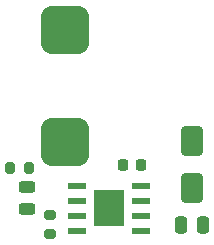
<source format=gbr>
%TF.GenerationSoftware,KiCad,Pcbnew,7.0.9*%
%TF.CreationDate,2024-06-21T09:26:43+09:00*%
%TF.ProjectId,08-REG_mod,30382d52-4547-45f6-9d6f-642e6b696361,rev?*%
%TF.SameCoordinates,Original*%
%TF.FileFunction,Paste,Top*%
%TF.FilePolarity,Positive*%
%FSLAX46Y46*%
G04 Gerber Fmt 4.6, Leading zero omitted, Abs format (unit mm)*
G04 Created by KiCad (PCBNEW 7.0.9) date 2024-06-21 09:26:43*
%MOMM*%
%LPD*%
G01*
G04 APERTURE LIST*
G04 Aperture macros list*
%AMRoundRect*
0 Rectangle with rounded corners*
0 $1 Rounding radius*
0 $2 $3 $4 $5 $6 $7 $8 $9 X,Y pos of 4 corners*
0 Add a 4 corners polygon primitive as box body*
4,1,4,$2,$3,$4,$5,$6,$7,$8,$9,$2,$3,0*
0 Add four circle primitives for the rounded corners*
1,1,$1+$1,$2,$3*
1,1,$1+$1,$4,$5*
1,1,$1+$1,$6,$7*
1,1,$1+$1,$8,$9*
0 Add four rect primitives between the rounded corners*
20,1,$1+$1,$2,$3,$4,$5,0*
20,1,$1+$1,$4,$5,$6,$7,0*
20,1,$1+$1,$6,$7,$8,$9,0*
20,1,$1+$1,$8,$9,$2,$3,0*%
G04 Aperture macros list end*
%ADD10RoundRect,1.025000X1.025000X-1.025000X1.025000X1.025000X-1.025000X1.025000X-1.025000X-1.025000X0*%
%ADD11RoundRect,0.250000X0.650000X-1.000000X0.650000X1.000000X-0.650000X1.000000X-0.650000X-1.000000X0*%
%ADD12R,1.550000X0.600000*%
%ADD13R,2.600000X3.100000*%
%ADD14RoundRect,0.250000X-0.250000X-0.475000X0.250000X-0.475000X0.250000X0.475000X-0.250000X0.475000X0*%
%ADD15RoundRect,0.200000X-0.275000X0.200000X-0.275000X-0.200000X0.275000X-0.200000X0.275000X0.200000X0*%
%ADD16RoundRect,0.225000X-0.225000X-0.250000X0.225000X-0.250000X0.225000X0.250000X-0.225000X0.250000X0*%
%ADD17RoundRect,0.243750X-0.456250X0.243750X-0.456250X-0.243750X0.456250X-0.243750X0.456250X0.243750X0*%
%ADD18RoundRect,0.200000X0.200000X0.275000X-0.200000X0.275000X-0.200000X-0.275000X0.200000X-0.275000X0*%
G04 APERTURE END LIST*
D10*
%TO.C,L1*%
X108585000Y-57810000D03*
X108585000Y-67310000D03*
%TD*%
D11*
%TO.C,D1*%
X119380000Y-71215000D03*
X119380000Y-67215000D03*
%TD*%
D12*
%TO.C,U1*%
X109660000Y-71015000D03*
X109660000Y-72285000D03*
X109660000Y-73555000D03*
X109660000Y-74825000D03*
X115060000Y-74825000D03*
X115060000Y-73555000D03*
X115060000Y-72285000D03*
X115060000Y-71015000D03*
D13*
X112360000Y-72920000D03*
%TD*%
D14*
%TO.C,C1*%
X118430000Y-74295000D03*
X120330000Y-74295000D03*
%TD*%
D15*
%TO.C,R1*%
X107315000Y-73470000D03*
X107315000Y-75120000D03*
%TD*%
D16*
%TO.C,C2*%
X113525000Y-69215000D03*
X115075000Y-69215000D03*
%TD*%
D17*
%TO.C,D2*%
X105410000Y-71120000D03*
X105410000Y-72995000D03*
%TD*%
D18*
%TO.C,R2*%
X105600000Y-69517500D03*
X103950000Y-69517500D03*
%TD*%
M02*

</source>
